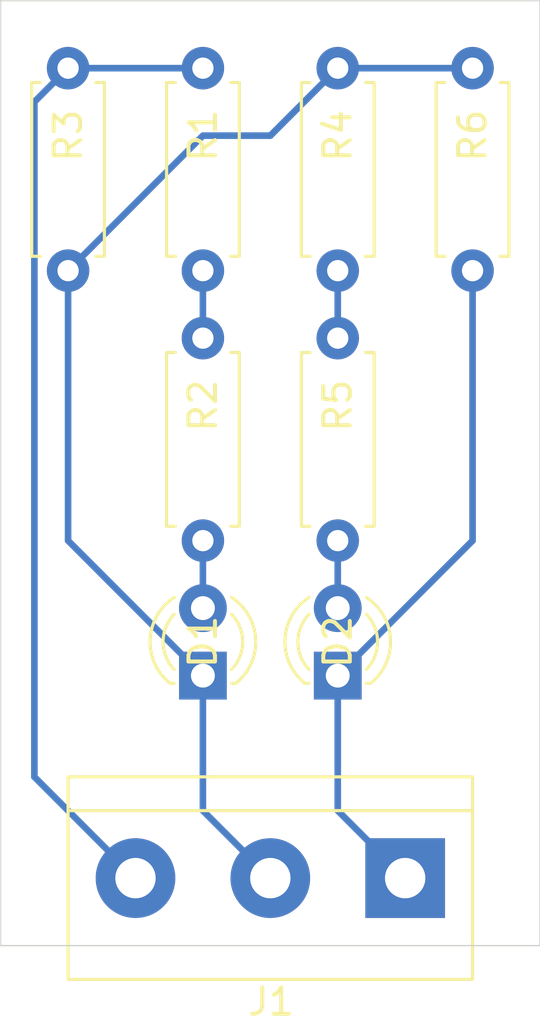
<source format=kicad_pcb>
(kicad_pcb (version 20171130) (host pcbnew "(5.1.4)-1")

  (general
    (thickness 1.6)
    (drawings 4)
    (tracks 20)
    (zones 0)
    (modules 9)
    (nets 8)
  )

  (page A4)
  (layers
    (0 F.Cu signal)
    (31 B.Cu signal)
    (32 B.Adhes user)
    (33 F.Adhes user)
    (34 B.Paste user)
    (35 F.Paste user)
    (36 B.SilkS user)
    (37 F.SilkS user)
    (38 B.Mask user)
    (39 F.Mask user)
    (40 Dwgs.User user)
    (41 Cmts.User user)
    (42 Eco1.User user)
    (43 Eco2.User user)
    (44 Edge.Cuts user)
    (45 Margin user)
    (46 B.CrtYd user)
    (47 F.CrtYd user)
    (48 B.Fab user)
    (49 F.Fab user)
  )

  (setup
    (last_trace_width 0.25)
    (user_trace_width 0.5)
    (user_trace_width 1)
    (user_trace_width 2)
    (trace_clearance 0.2)
    (zone_clearance 0.508)
    (zone_45_only no)
    (trace_min 0.2)
    (via_size 0.8)
    (via_drill 0.4)
    (via_min_size 0.4)
    (via_min_drill 0.3)
    (uvia_size 0.3)
    (uvia_drill 0.1)
    (uvias_allowed no)
    (uvia_min_size 0.2)
    (uvia_min_drill 0.1)
    (edge_width 0.05)
    (segment_width 0.2)
    (pcb_text_width 0.3)
    (pcb_text_size 1.5 1.5)
    (mod_edge_width 0.12)
    (mod_text_size 1 1)
    (mod_text_width 0.15)
    (pad_size 3 3)
    (pad_drill 1.52)
    (pad_to_mask_clearance 0.051)
    (solder_mask_min_width 0.25)
    (aux_axis_origin 0 0)
    (visible_elements 7FFFFFFF)
    (pcbplotparams
      (layerselection 0x010fc_ffffffff)
      (usegerberextensions false)
      (usegerberattributes false)
      (usegerberadvancedattributes false)
      (creategerberjobfile false)
      (excludeedgelayer true)
      (linewidth 0.100000)
      (plotframeref false)
      (viasonmask false)
      (mode 1)
      (useauxorigin false)
      (hpglpennumber 1)
      (hpglpenspeed 20)
      (hpglpendiameter 15.000000)
      (psnegative false)
      (psa4output false)
      (plotreference true)
      (plotvalue true)
      (plotinvisibletext false)
      (padsonsilk false)
      (subtractmaskfromsilk false)
      (outputformat 1)
      (mirror false)
      (drillshape 1)
      (scaleselection 1)
      (outputdirectory ""))
  )

  (net 0 "")
  (net 1 "Net-(D1-Pad2)")
  (net 2 "Net-(D2-Pad2)")
  (net 3 "Net-(R1-Pad2)")
  (net 4 /CapacitorCenter)
  (net 5 /CapacitorPower-)
  (net 6 /CapacitorPower+)
  (net 7 "Net-(R4-Pad2)")

  (net_class Default "This is the default net class."
    (clearance 0.2)
    (trace_width 0.25)
    (via_dia 0.8)
    (via_drill 0.4)
    (uvia_dia 0.3)
    (uvia_drill 0.1)
    (add_net /CapacitorCenter)
    (add_net /CapacitorPower+)
    (add_net /CapacitorPower-)
    (add_net "Net-(D1-Pad2)")
    (add_net "Net-(D2-Pad2)")
    (add_net "Net-(R1-Pad2)")
    (add_net "Net-(R4-Pad2)")
  )

  (module Resistor_THT:R_Axial_DIN0207_L6.3mm_D2.5mm_P7.62mm_Horizontal (layer F.Cu) (tedit 5AE5139B) (tstamp 5E01C2CB)
    (at 81.28 68.58 270)
    (descr "Resistor, Axial_DIN0207 series, Axial, Horizontal, pin pitch=7.62mm, 0.25W = 1/4W, length*diameter=6.3*2.5mm^2, http://cdn-reichelt.de/documents/datenblatt/B400/1_4W%23YAG.pdf")
    (tags "Resistor Axial_DIN0207 series Axial Horizontal pin pitch 7.62mm 0.25W = 1/4W length 6.3mm diameter 2.5mm")
    (path /5DCFD35F)
    (fp_text reference R1 (at 2.54 0 90) (layer F.SilkS)
      (effects (font (size 1 1) (thickness 0.15)))
    )
    (fp_text value 10K (at 6.35 0 90) (layer F.Fab)
      (effects (font (size 1 1) (thickness 0.15)))
    )
    (fp_text user %R (at 2.54 0 90) (layer F.Fab)
      (effects (font (size 1 1) (thickness 0.15)))
    )
    (fp_line (start 8.67 -1.5) (end -1.05 -1.5) (layer F.CrtYd) (width 0.05))
    (fp_line (start 8.67 1.5) (end 8.67 -1.5) (layer F.CrtYd) (width 0.05))
    (fp_line (start -1.05 1.5) (end 8.67 1.5) (layer F.CrtYd) (width 0.05))
    (fp_line (start -1.05 -1.5) (end -1.05 1.5) (layer F.CrtYd) (width 0.05))
    (fp_line (start 7.08 1.37) (end 7.08 1.04) (layer F.SilkS) (width 0.12))
    (fp_line (start 0.54 1.37) (end 7.08 1.37) (layer F.SilkS) (width 0.12))
    (fp_line (start 0.54 1.04) (end 0.54 1.37) (layer F.SilkS) (width 0.12))
    (fp_line (start 7.08 -1.37) (end 7.08 -1.04) (layer F.SilkS) (width 0.12))
    (fp_line (start 0.54 -1.37) (end 7.08 -1.37) (layer F.SilkS) (width 0.12))
    (fp_line (start 0.54 -1.04) (end 0.54 -1.37) (layer F.SilkS) (width 0.12))
    (fp_line (start 7.62 0) (end 6.96 0) (layer F.Fab) (width 0.1))
    (fp_line (start 0 0) (end 0.66 0) (layer F.Fab) (width 0.1))
    (fp_line (start 6.96 -1.25) (end 0.66 -1.25) (layer F.Fab) (width 0.1))
    (fp_line (start 6.96 1.25) (end 6.96 -1.25) (layer F.Fab) (width 0.1))
    (fp_line (start 0.66 1.25) (end 6.96 1.25) (layer F.Fab) (width 0.1))
    (fp_line (start 0.66 -1.25) (end 0.66 1.25) (layer F.Fab) (width 0.1))
    (pad 2 thru_hole oval (at 7.62 0 270) (size 1.6 1.6) (drill 0.8) (layers *.Cu *.Mask)
      (net 3 "Net-(R1-Pad2)"))
    (pad 1 thru_hole circle (at 0 0 270) (size 1.6 1.6) (drill 0.8) (layers *.Cu *.Mask)
      (net 6 /CapacitorPower+))
    (model ${KISYS3DMOD}/Resistor_THT.3dshapes/R_Axial_DIN0207_L6.3mm_D2.5mm_P7.62mm_Horizontal.wrl
      (at (xyz 0 0 0))
      (scale (xyz 1 1 1))
      (rotate (xyz 0 0 0))
    )
  )

  (module Resistor_THT:R_Axial_DIN0207_L6.3mm_D2.5mm_P7.62mm_Horizontal (layer F.Cu) (tedit 5AE5139B) (tstamp 5E01CB7E)
    (at 81.28 78.74 270)
    (descr "Resistor, Axial_DIN0207 series, Axial, Horizontal, pin pitch=7.62mm, 0.25W = 1/4W, length*diameter=6.3*2.5mm^2, http://cdn-reichelt.de/documents/datenblatt/B400/1_4W%23YAG.pdf")
    (tags "Resistor Axial_DIN0207 series Axial Horizontal pin pitch 7.62mm 0.25W = 1/4W length 6.3mm diameter 2.5mm")
    (path /5DCFECC7)
    (fp_text reference R2 (at 2.54 0 90) (layer F.SilkS)
      (effects (font (size 1 1) (thickness 0.15)))
    )
    (fp_text value 3.3K (at 6.35 0 90) (layer F.Fab)
      (effects (font (size 1 1) (thickness 0.15)))
    )
    (fp_text user %R (at 2.54 0 90) (layer F.Fab)
      (effects (font (size 1 1) (thickness 0.15)))
    )
    (fp_line (start 8.67 -1.5) (end -1.05 -1.5) (layer F.CrtYd) (width 0.05))
    (fp_line (start 8.67 1.5) (end 8.67 -1.5) (layer F.CrtYd) (width 0.05))
    (fp_line (start -1.05 1.5) (end 8.67 1.5) (layer F.CrtYd) (width 0.05))
    (fp_line (start -1.05 -1.5) (end -1.05 1.5) (layer F.CrtYd) (width 0.05))
    (fp_line (start 7.08 1.37) (end 7.08 1.04) (layer F.SilkS) (width 0.12))
    (fp_line (start 0.54 1.37) (end 7.08 1.37) (layer F.SilkS) (width 0.12))
    (fp_line (start 0.54 1.04) (end 0.54 1.37) (layer F.SilkS) (width 0.12))
    (fp_line (start 7.08 -1.37) (end 7.08 -1.04) (layer F.SilkS) (width 0.12))
    (fp_line (start 0.54 -1.37) (end 7.08 -1.37) (layer F.SilkS) (width 0.12))
    (fp_line (start 0.54 -1.04) (end 0.54 -1.37) (layer F.SilkS) (width 0.12))
    (fp_line (start 7.62 0) (end 6.96 0) (layer F.Fab) (width 0.1))
    (fp_line (start 0 0) (end 0.66 0) (layer F.Fab) (width 0.1))
    (fp_line (start 6.96 -1.25) (end 0.66 -1.25) (layer F.Fab) (width 0.1))
    (fp_line (start 6.96 1.25) (end 6.96 -1.25) (layer F.Fab) (width 0.1))
    (fp_line (start 0.66 1.25) (end 6.96 1.25) (layer F.Fab) (width 0.1))
    (fp_line (start 0.66 -1.25) (end 0.66 1.25) (layer F.Fab) (width 0.1))
    (pad 2 thru_hole oval (at 7.62 0 270) (size 1.6 1.6) (drill 0.8) (layers *.Cu *.Mask)
      (net 1 "Net-(D1-Pad2)"))
    (pad 1 thru_hole circle (at 0 0 270) (size 1.6 1.6) (drill 0.8) (layers *.Cu *.Mask)
      (net 3 "Net-(R1-Pad2)"))
    (model ${KISYS3DMOD}/Resistor_THT.3dshapes/R_Axial_DIN0207_L6.3mm_D2.5mm_P7.62mm_Horizontal.wrl
      (at (xyz 0 0 0))
      (scale (xyz 1 1 1))
      (rotate (xyz 0 0 0))
    )
  )

  (module TerminalBlock:TerminalBlock_bornier-3_P5.08mm (layer F.Cu) (tedit 59FF03B9) (tstamp 5ED9830A)
    (at 88.9 99.06 180)
    (descr "simple 3-pin terminal block, pitch 5.08mm, revamped version of bornier3")
    (tags "terminal block bornier3")
    (path /5DDF66ED)
    (fp_text reference J1 (at 5.05 -4.65) (layer F.SilkS)
      (effects (font (size 1 1) (thickness 0.15)))
    )
    (fp_text value "From Capacitor Bank" (at 5.08 5.08) (layer F.Fab)
      (effects (font (size 1 1) (thickness 0.15)))
    )
    (fp_line (start 12.88 4) (end -2.72 4) (layer F.CrtYd) (width 0.05))
    (fp_line (start 12.88 4) (end 12.88 -4) (layer F.CrtYd) (width 0.05))
    (fp_line (start -2.72 -4) (end -2.72 4) (layer F.CrtYd) (width 0.05))
    (fp_line (start -2.72 -4) (end 12.88 -4) (layer F.CrtYd) (width 0.05))
    (fp_line (start -2.54 3.81) (end 12.7 3.81) (layer F.SilkS) (width 0.12))
    (fp_line (start -2.54 -3.81) (end 12.7 -3.81) (layer F.SilkS) (width 0.12))
    (fp_line (start -2.54 2.54) (end 12.7 2.54) (layer F.SilkS) (width 0.12))
    (fp_line (start 12.7 3.81) (end 12.7 -3.81) (layer F.SilkS) (width 0.12))
    (fp_line (start -2.54 3.81) (end -2.54 -3.81) (layer F.SilkS) (width 0.12))
    (fp_line (start -2.47 3.75) (end -2.47 -3.75) (layer F.Fab) (width 0.1))
    (fp_line (start 12.63 3.75) (end -2.47 3.75) (layer F.Fab) (width 0.1))
    (fp_line (start 12.63 -3.75) (end 12.63 3.75) (layer F.Fab) (width 0.1))
    (fp_line (start -2.47 -3.75) (end 12.63 -3.75) (layer F.Fab) (width 0.1))
    (fp_line (start -2.47 2.55) (end 12.63 2.55) (layer F.Fab) (width 0.1))
    (fp_text user %R (at 5.08 0) (layer F.Fab)
      (effects (font (size 1 1) (thickness 0.15)))
    )
    (pad 3 thru_hole circle (at 10.16 0 180) (size 3 3) (drill 1.52) (layers *.Cu *.Mask)
      (net 6 /CapacitorPower+))
    (pad 2 thru_hole circle (at 5.08 0 180) (size 3 3) (drill 1.52) (layers *.Cu *.Mask)
      (net 4 /CapacitorCenter))
    (pad 1 thru_hole rect (at 0 0 180) (size 3 3) (drill 1.52) (layers *.Cu *.Mask)
      (net 5 /CapacitorPower-))
    (model ${KISYS3DMOD}/TerminalBlock.3dshapes/TerminalBlock_bornier-3_P5.08mm.wrl
      (offset (xyz 5.079999923706055 0 0))
      (scale (xyz 1 1 1))
      (rotate (xyz 0 0 0))
    )
  )

  (module Resistor_THT:R_Axial_DIN0207_L6.3mm_D2.5mm_P7.62mm_Horizontal (layer F.Cu) (tedit 5AE5139B) (tstamp 5E01E1D5)
    (at 91.44 68.58 270)
    (descr "Resistor, Axial_DIN0207 series, Axial, Horizontal, pin pitch=7.62mm, 0.25W = 1/4W, length*diameter=6.3*2.5mm^2, http://cdn-reichelt.de/documents/datenblatt/B400/1_4W%23YAG.pdf")
    (tags "Resistor Axial_DIN0207 series Axial Horizontal pin pitch 7.62mm 0.25W = 1/4W length 6.3mm diameter 2.5mm")
    (path /5E022706)
    (fp_text reference R6 (at 2.54 0 90) (layer F.SilkS)
      (effects (font (size 1 1) (thickness 0.15)))
    )
    (fp_text value 20K (at 6.35 0 90) (layer F.Fab)
      (effects (font (size 1 1) (thickness 0.15)))
    )
    (fp_line (start 0.66 -1.25) (end 0.66 1.25) (layer F.Fab) (width 0.1))
    (fp_line (start 0.66 1.25) (end 6.96 1.25) (layer F.Fab) (width 0.1))
    (fp_line (start 6.96 1.25) (end 6.96 -1.25) (layer F.Fab) (width 0.1))
    (fp_line (start 6.96 -1.25) (end 0.66 -1.25) (layer F.Fab) (width 0.1))
    (fp_line (start 0 0) (end 0.66 0) (layer F.Fab) (width 0.1))
    (fp_line (start 7.62 0) (end 6.96 0) (layer F.Fab) (width 0.1))
    (fp_line (start 0.54 -1.04) (end 0.54 -1.37) (layer F.SilkS) (width 0.12))
    (fp_line (start 0.54 -1.37) (end 7.08 -1.37) (layer F.SilkS) (width 0.12))
    (fp_line (start 7.08 -1.37) (end 7.08 -1.04) (layer F.SilkS) (width 0.12))
    (fp_line (start 0.54 1.04) (end 0.54 1.37) (layer F.SilkS) (width 0.12))
    (fp_line (start 0.54 1.37) (end 7.08 1.37) (layer F.SilkS) (width 0.12))
    (fp_line (start 7.08 1.37) (end 7.08 1.04) (layer F.SilkS) (width 0.12))
    (fp_line (start -1.05 -1.5) (end -1.05 1.5) (layer F.CrtYd) (width 0.05))
    (fp_line (start -1.05 1.5) (end 8.67 1.5) (layer F.CrtYd) (width 0.05))
    (fp_line (start 8.67 1.5) (end 8.67 -1.5) (layer F.CrtYd) (width 0.05))
    (fp_line (start 8.67 -1.5) (end -1.05 -1.5) (layer F.CrtYd) (width 0.05))
    (fp_text user %R (at 2.54 0 90) (layer F.Fab)
      (effects (font (size 1 1) (thickness 0.15)))
    )
    (pad 1 thru_hole circle (at 0 0 270) (size 1.6 1.6) (drill 0.8) (layers *.Cu *.Mask)
      (net 4 /CapacitorCenter))
    (pad 2 thru_hole oval (at 7.62 0 270) (size 1.6 1.6) (drill 0.8) (layers *.Cu *.Mask)
      (net 5 /CapacitorPower-))
    (model ${KISYS3DMOD}/Resistor_THT.3dshapes/R_Axial_DIN0207_L6.3mm_D2.5mm_P7.62mm_Horizontal.wrl
      (at (xyz 0 0 0))
      (scale (xyz 1 1 1))
      (rotate (xyz 0 0 0))
    )
  )

  (module Resistor_THT:R_Axial_DIN0207_L6.3mm_D2.5mm_P7.62mm_Horizontal (layer F.Cu) (tedit 5AE5139B) (tstamp 5E01E0E2)
    (at 86.36 78.74 270)
    (descr "Resistor, Axial_DIN0207 series, Axial, Horizontal, pin pitch=7.62mm, 0.25W = 1/4W, length*diameter=6.3*2.5mm^2, http://cdn-reichelt.de/documents/datenblatt/B400/1_4W%23YAG.pdf")
    (tags "Resistor Axial_DIN0207 series Axial Horizontal pin pitch 7.62mm 0.25W = 1/4W length 6.3mm diameter 2.5mm")
    (path /5DCFF331)
    (fp_text reference R5 (at 2.54 0 90) (layer F.SilkS)
      (effects (font (size 1 1) (thickness 0.15)))
    )
    (fp_text value 3.3K (at 6.35 0 90) (layer F.Fab)
      (effects (font (size 1 1) (thickness 0.15)))
    )
    (fp_text user %R (at 2.54 0 90) (layer F.Fab)
      (effects (font (size 1 1) (thickness 0.15)))
    )
    (fp_line (start 8.67 -1.5) (end -1.05 -1.5) (layer F.CrtYd) (width 0.05))
    (fp_line (start 8.67 1.5) (end 8.67 -1.5) (layer F.CrtYd) (width 0.05))
    (fp_line (start -1.05 1.5) (end 8.67 1.5) (layer F.CrtYd) (width 0.05))
    (fp_line (start -1.05 -1.5) (end -1.05 1.5) (layer F.CrtYd) (width 0.05))
    (fp_line (start 7.08 1.37) (end 7.08 1.04) (layer F.SilkS) (width 0.12))
    (fp_line (start 0.54 1.37) (end 7.08 1.37) (layer F.SilkS) (width 0.12))
    (fp_line (start 0.54 1.04) (end 0.54 1.37) (layer F.SilkS) (width 0.12))
    (fp_line (start 7.08 -1.37) (end 7.08 -1.04) (layer F.SilkS) (width 0.12))
    (fp_line (start 0.54 -1.37) (end 7.08 -1.37) (layer F.SilkS) (width 0.12))
    (fp_line (start 0.54 -1.04) (end 0.54 -1.37) (layer F.SilkS) (width 0.12))
    (fp_line (start 7.62 0) (end 6.96 0) (layer F.Fab) (width 0.1))
    (fp_line (start 0 0) (end 0.66 0) (layer F.Fab) (width 0.1))
    (fp_line (start 6.96 -1.25) (end 0.66 -1.25) (layer F.Fab) (width 0.1))
    (fp_line (start 6.96 1.25) (end 6.96 -1.25) (layer F.Fab) (width 0.1))
    (fp_line (start 0.66 1.25) (end 6.96 1.25) (layer F.Fab) (width 0.1))
    (fp_line (start 0.66 -1.25) (end 0.66 1.25) (layer F.Fab) (width 0.1))
    (pad 2 thru_hole oval (at 7.62 0 270) (size 1.6 1.6) (drill 0.8) (layers *.Cu *.Mask)
      (net 2 "Net-(D2-Pad2)"))
    (pad 1 thru_hole circle (at 0 0 270) (size 1.6 1.6) (drill 0.8) (layers *.Cu *.Mask)
      (net 7 "Net-(R4-Pad2)"))
    (model ${KISYS3DMOD}/Resistor_THT.3dshapes/R_Axial_DIN0207_L6.3mm_D2.5mm_P7.62mm_Horizontal.wrl
      (at (xyz 0 0 0))
      (scale (xyz 1 1 1))
      (rotate (xyz 0 0 0))
    )
  )

  (module Resistor_THT:R_Axial_DIN0207_L6.3mm_D2.5mm_P7.62mm_Horizontal (layer F.Cu) (tedit 5AE5139B) (tstamp 5E01D3DC)
    (at 86.36 68.58 270)
    (descr "Resistor, Axial_DIN0207 series, Axial, Horizontal, pin pitch=7.62mm, 0.25W = 1/4W, length*diameter=6.3*2.5mm^2, http://cdn-reichelt.de/documents/datenblatt/B400/1_4W%23YAG.pdf")
    (tags "Resistor Axial_DIN0207 series Axial Horizontal pin pitch 7.62mm 0.25W = 1/4W length 6.3mm diameter 2.5mm")
    (path /5E038F64)
    (fp_text reference R4 (at 2.54 0 90) (layer F.SilkS)
      (effects (font (size 1 1) (thickness 0.15)))
    )
    (fp_text value 10K (at 6.35 0 90) (layer F.Fab)
      (effects (font (size 1 1) (thickness 0.15)))
    )
    (fp_line (start 0.66 -1.25) (end 0.66 1.25) (layer F.Fab) (width 0.1))
    (fp_line (start 0.66 1.25) (end 6.96 1.25) (layer F.Fab) (width 0.1))
    (fp_line (start 6.96 1.25) (end 6.96 -1.25) (layer F.Fab) (width 0.1))
    (fp_line (start 6.96 -1.25) (end 0.66 -1.25) (layer F.Fab) (width 0.1))
    (fp_line (start 0 0) (end 0.66 0) (layer F.Fab) (width 0.1))
    (fp_line (start 7.62 0) (end 6.96 0) (layer F.Fab) (width 0.1))
    (fp_line (start 0.54 -1.04) (end 0.54 -1.37) (layer F.SilkS) (width 0.12))
    (fp_line (start 0.54 -1.37) (end 7.08 -1.37) (layer F.SilkS) (width 0.12))
    (fp_line (start 7.08 -1.37) (end 7.08 -1.04) (layer F.SilkS) (width 0.12))
    (fp_line (start 0.54 1.04) (end 0.54 1.37) (layer F.SilkS) (width 0.12))
    (fp_line (start 0.54 1.37) (end 7.08 1.37) (layer F.SilkS) (width 0.12))
    (fp_line (start 7.08 1.37) (end 7.08 1.04) (layer F.SilkS) (width 0.12))
    (fp_line (start -1.05 -1.5) (end -1.05 1.5) (layer F.CrtYd) (width 0.05))
    (fp_line (start -1.05 1.5) (end 8.67 1.5) (layer F.CrtYd) (width 0.05))
    (fp_line (start 8.67 1.5) (end 8.67 -1.5) (layer F.CrtYd) (width 0.05))
    (fp_line (start 8.67 -1.5) (end -1.05 -1.5) (layer F.CrtYd) (width 0.05))
    (fp_text user %R (at 2.54 0 90) (layer F.Fab)
      (effects (font (size 1 1) (thickness 0.15)))
    )
    (pad 1 thru_hole circle (at 0 0 270) (size 1.6 1.6) (drill 0.8) (layers *.Cu *.Mask)
      (net 4 /CapacitorCenter))
    (pad 2 thru_hole oval (at 7.62 0 270) (size 1.6 1.6) (drill 0.8) (layers *.Cu *.Mask)
      (net 7 "Net-(R4-Pad2)"))
    (model ${KISYS3DMOD}/Resistor_THT.3dshapes/R_Axial_DIN0207_L6.3mm_D2.5mm_P7.62mm_Horizontal.wrl
      (at (xyz 0 0 0))
      (scale (xyz 1 1 1))
      (rotate (xyz 0 0 0))
    )
  )

  (module Resistor_THT:R_Axial_DIN0207_L6.3mm_D2.5mm_P7.62mm_Horizontal (layer F.Cu) (tedit 5AE5139B) (tstamp 5E01C37C)
    (at 76.2 68.58 270)
    (descr "Resistor, Axial_DIN0207 series, Axial, Horizontal, pin pitch=7.62mm, 0.25W = 1/4W, length*diameter=6.3*2.5mm^2, http://cdn-reichelt.de/documents/datenblatt/B400/1_4W%23YAG.pdf")
    (tags "Resistor Axial_DIN0207 series Axial Horizontal pin pitch 7.62mm 0.25W = 1/4W length 6.3mm diameter 2.5mm")
    (path /5E01DB84)
    (fp_text reference R3 (at 2.54 0 90) (layer F.SilkS)
      (effects (font (size 1 1) (thickness 0.15)))
    )
    (fp_text value 20K (at 6.35 0 90) (layer F.Fab)
      (effects (font (size 1 1) (thickness 0.15)))
    )
    (fp_line (start 0.66 -1.25) (end 0.66 1.25) (layer F.Fab) (width 0.1))
    (fp_line (start 0.66 1.25) (end 6.96 1.25) (layer F.Fab) (width 0.1))
    (fp_line (start 6.96 1.25) (end 6.96 -1.25) (layer F.Fab) (width 0.1))
    (fp_line (start 6.96 -1.25) (end 0.66 -1.25) (layer F.Fab) (width 0.1))
    (fp_line (start 0 0) (end 0.66 0) (layer F.Fab) (width 0.1))
    (fp_line (start 7.62 0) (end 6.96 0) (layer F.Fab) (width 0.1))
    (fp_line (start 0.54 -1.04) (end 0.54 -1.37) (layer F.SilkS) (width 0.12))
    (fp_line (start 0.54 -1.37) (end 7.08 -1.37) (layer F.SilkS) (width 0.12))
    (fp_line (start 7.08 -1.37) (end 7.08 -1.04) (layer F.SilkS) (width 0.12))
    (fp_line (start 0.54 1.04) (end 0.54 1.37) (layer F.SilkS) (width 0.12))
    (fp_line (start 0.54 1.37) (end 7.08 1.37) (layer F.SilkS) (width 0.12))
    (fp_line (start 7.08 1.37) (end 7.08 1.04) (layer F.SilkS) (width 0.12))
    (fp_line (start -1.05 -1.5) (end -1.05 1.5) (layer F.CrtYd) (width 0.05))
    (fp_line (start -1.05 1.5) (end 8.67 1.5) (layer F.CrtYd) (width 0.05))
    (fp_line (start 8.67 1.5) (end 8.67 -1.5) (layer F.CrtYd) (width 0.05))
    (fp_line (start 8.67 -1.5) (end -1.05 -1.5) (layer F.CrtYd) (width 0.05))
    (fp_text user %R (at 2.54 0 90) (layer F.Fab)
      (effects (font (size 1 1) (thickness 0.15)))
    )
    (pad 1 thru_hole circle (at 0 0 270) (size 1.6 1.6) (drill 0.8) (layers *.Cu *.Mask)
      (net 6 /CapacitorPower+))
    (pad 2 thru_hole oval (at 7.62 0 270) (size 1.6 1.6) (drill 0.8) (layers *.Cu *.Mask)
      (net 4 /CapacitorCenter))
    (model ${KISYS3DMOD}/Resistor_THT.3dshapes/R_Axial_DIN0207_L6.3mm_D2.5mm_P7.62mm_Horizontal.wrl
      (at (xyz 0 0 0))
      (scale (xyz 1 1 1))
      (rotate (xyz 0 0 0))
    )
  )

  (module LED_THT:LED_D3.0mm_FlatTop (layer F.Cu) (tedit 5880A862) (tstamp 5DEC54BC)
    (at 86.36 91.44 90)
    (descr "LED, Round, FlatTop, diameter 3.0mm, 2 pins, http://www.kingbright.com/attachments/file/psearch/000/00/00/L-47XEC(Ver.9A).pdf")
    (tags "LED Round FlatTop diameter 3.0mm 2 pins")
    (path /5DD0097D)
    (fp_text reference D2 (at 1.27 0 90) (layer F.SilkS)
      (effects (font (size 1 1) (thickness 0.15)))
    )
    (fp_text value LED (at 1.27 1.5 90) (layer F.Fab)
      (effects (font (size 1 1) (thickness 0.15)))
    )
    (fp_line (start 3.7 -2.25) (end -1.15 -2.25) (layer F.CrtYd) (width 0.05))
    (fp_line (start 3.7 2.25) (end 3.7 -2.25) (layer F.CrtYd) (width 0.05))
    (fp_line (start -1.15 2.25) (end 3.7 2.25) (layer F.CrtYd) (width 0.05))
    (fp_line (start -1.15 -2.25) (end -1.15 2.25) (layer F.CrtYd) (width 0.05))
    (fp_line (start -0.29 1.08) (end -0.29 1.236) (layer F.SilkS) (width 0.12))
    (fp_line (start -0.29 -1.236) (end -0.29 -1.08) (layer F.SilkS) (width 0.12))
    (fp_line (start -0.23 -1.16619) (end -0.23 1.16619) (layer F.Fab) (width 0.1))
    (fp_circle (center 1.27 0) (end 2.77 0) (layer F.Fab) (width 0.1))
    (fp_arc (start 1.27 0) (end 0.229039 1.08) (angle -87.9) (layer F.SilkS) (width 0.12))
    (fp_arc (start 1.27 0) (end 0.229039 -1.08) (angle 87.9) (layer F.SilkS) (width 0.12))
    (fp_arc (start 1.27 0) (end -0.29 1.235516) (angle -108.8) (layer F.SilkS) (width 0.12))
    (fp_arc (start 1.27 0) (end -0.29 -1.235516) (angle 108.8) (layer F.SilkS) (width 0.12))
    (fp_arc (start 1.27 0) (end -0.23 -1.16619) (angle 284.3) (layer F.Fab) (width 0.1))
    (pad 2 thru_hole circle (at 2.54 0 90) (size 1.8 1.8) (drill 0.9) (layers *.Cu *.Mask)
      (net 2 "Net-(D2-Pad2)"))
    (pad 1 thru_hole rect (at 0 0 90) (size 1.8 1.8) (drill 0.9) (layers *.Cu *.Mask)
      (net 5 /CapacitorPower-))
    (model ${KISYS3DMOD}/LED_THT.3dshapes/LED_D3.0mm_FlatTop.wrl
      (at (xyz 0 0 0))
      (scale (xyz 1 1 1))
      (rotate (xyz 0 0 0))
    )
  )

  (module LED_THT:LED_D3.0mm_FlatTop (layer F.Cu) (tedit 5880A862) (tstamp 5DEC5496)
    (at 81.28 91.44 90)
    (descr "LED, Round, FlatTop, diameter 3.0mm, 2 pins, http://www.kingbright.com/attachments/file/psearch/000/00/00/L-47XEC(Ver.9A).pdf")
    (tags "LED Round FlatTop diameter 3.0mm 2 pins")
    (path /5DCFD755)
    (fp_text reference D1 (at 1.27 0 90) (layer F.SilkS)
      (effects (font (size 1 1) (thickness 0.15)))
    )
    (fp_text value LED (at 1.27 1.5 90) (layer F.Fab)
      (effects (font (size 1 1) (thickness 0.15)))
    )
    (fp_arc (start 1.27 0) (end -0.23 -1.16619) (angle 284.3) (layer F.Fab) (width 0.1))
    (fp_arc (start 1.27 0) (end -0.29 -1.235516) (angle 108.8) (layer F.SilkS) (width 0.12))
    (fp_arc (start 1.27 0) (end -0.29 1.235516) (angle -108.8) (layer F.SilkS) (width 0.12))
    (fp_arc (start 1.27 0) (end 0.229039 -1.08) (angle 87.9) (layer F.SilkS) (width 0.12))
    (fp_arc (start 1.27 0) (end 0.229039 1.08) (angle -87.9) (layer F.SilkS) (width 0.12))
    (fp_circle (center 1.27 0) (end 2.77 0) (layer F.Fab) (width 0.1))
    (fp_line (start -0.23 -1.16619) (end -0.23 1.16619) (layer F.Fab) (width 0.1))
    (fp_line (start -0.29 -1.236) (end -0.29 -1.08) (layer F.SilkS) (width 0.12))
    (fp_line (start -0.29 1.08) (end -0.29 1.236) (layer F.SilkS) (width 0.12))
    (fp_line (start -1.15 -2.25) (end -1.15 2.25) (layer F.CrtYd) (width 0.05))
    (fp_line (start -1.15 2.25) (end 3.7 2.25) (layer F.CrtYd) (width 0.05))
    (fp_line (start 3.7 2.25) (end 3.7 -2.25) (layer F.CrtYd) (width 0.05))
    (fp_line (start 3.7 -2.25) (end -1.15 -2.25) (layer F.CrtYd) (width 0.05))
    (pad 1 thru_hole rect (at 0 0 90) (size 1.8 1.8) (drill 0.9) (layers *.Cu *.Mask)
      (net 4 /CapacitorCenter))
    (pad 2 thru_hole circle (at 2.54 0 90) (size 1.8 1.8) (drill 0.9) (layers *.Cu *.Mask)
      (net 1 "Net-(D1-Pad2)"))
    (model ${KISYS3DMOD}/LED_THT.3dshapes/LED_D3.0mm_FlatTop.wrl
      (at (xyz 0 0 0))
      (scale (xyz 1 1 1))
      (rotate (xyz 0 0 0))
    )
  )

  (gr_line (start 93.98 101.6) (end 93.98 66.04) (layer Edge.Cuts) (width 0.05) (tstamp 5DDB858D))
  (gr_line (start 93.98 101.6) (end 73.66 101.6) (layer Edge.Cuts) (width 0.05))
  (gr_line (start 93.98 66.04) (end 73.66 66.04) (layer Edge.Cuts) (width 0.05))
  (gr_line (start 73.66 101.6) (end 73.66 66.04) (layer Edge.Cuts) (width 0.05))

  (segment (start 81.28 86.36) (end 81.28 88.9) (width 0.25) (layer B.Cu) (net 1))
  (segment (start 86.36 86.36) (end 86.36 88.9) (width 0.25) (layer B.Cu) (net 2))
  (segment (start 81.28 76.2) (end 81.28 78.74) (width 0.25) (layer B.Cu) (net 3))
  (segment (start 86.36 68.58) (end 91.44 68.58) (width 0.25) (layer B.Cu) (net 4))
  (segment (start 81.28 96.52) (end 83.82 99.06) (width 0.25) (layer B.Cu) (net 4))
  (segment (start 81.28 91.44) (end 81.28 96.52) (width 0.25) (layer B.Cu) (net 4))
  (segment (start 76.2 86.36) (end 81.28 91.44) (width 0.25) (layer B.Cu) (net 4))
  (segment (start 76.2 76.2) (end 76.2 86.36) (width 0.25) (layer B.Cu) (net 4))
  (segment (start 76.2 76.2) (end 81.28 71.12) (width 0.25) (layer B.Cu) (net 4))
  (segment (start 81.28 71.12) (end 83.82 71.12) (width 0.25) (layer B.Cu) (net 4))
  (segment (start 83.82 71.12) (end 86.36 68.58) (width 0.25) (layer B.Cu) (net 4))
  (segment (start 86.36 96.52) (end 88.9 99.06) (width 0.25) (layer B.Cu) (net 5))
  (segment (start 86.36 91.44) (end 86.36 96.52) (width 0.25) (layer B.Cu) (net 5))
  (segment (start 91.44 86.36) (end 86.36 91.44) (width 0.25) (layer B.Cu) (net 5))
  (segment (start 91.44 76.2) (end 91.44 86.36) (width 0.25) (layer B.Cu) (net 5))
  (segment (start 81.28 68.58) (end 76.2 68.58) (width 0.25) (layer B.Cu) (net 6))
  (segment (start 76.2 68.58) (end 74.93 69.85) (width 0.25) (layer B.Cu) (net 6))
  (segment (start 74.93 69.85) (end 74.93 95.25) (width 0.25) (layer B.Cu) (net 6))
  (segment (start 74.93 95.25) (end 78.74 99.06) (width 0.25) (layer B.Cu) (net 6))
  (segment (start 86.36 76.2) (end 86.36 78.74) (width 0.25) (layer B.Cu) (net 7))

)

</source>
